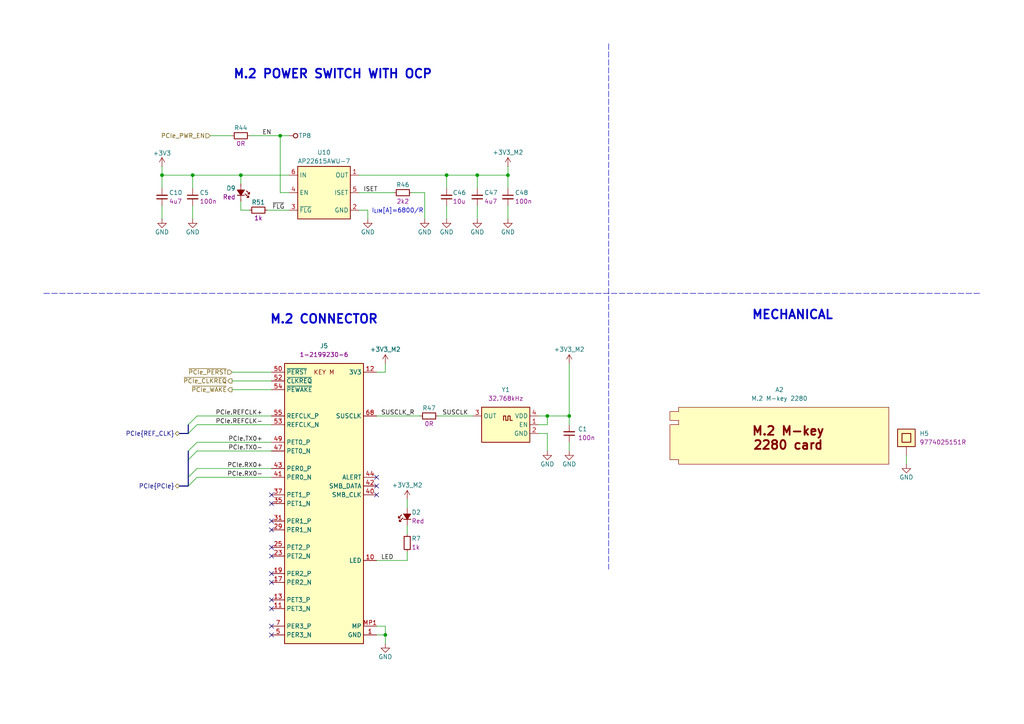
<source format=kicad_sch>
(kicad_sch (version 20250114) (generator "eeschema") (generator_version "9.0")
  (paper "A4")
  (title_block (title "ModuCard CM5 module") (date "2025-07-05") (rev "1.0.0") (company "KoNaR") (comment 1 "Project author: Dominik Pluta"))
  (lib_symbols
    (symbol "DW-ICs:AP22615AWU-7"
      (property "Reference" "U" (at 34.29 0 0))
      (property "MPN" "AP22615AWU-7" (at 34.29 -15.24 0))
      (symbol "AP22615AWU-7_0_1"
        (rectangle (start 2.54 2.54) (end 17.78 -12.7) (stroke (width 0.254)) (fill (type background)))
      )
      (symbol "AP22615AWU-7_1_0"
        (pin power_in line (at 0 0 0) (length 2.54) (name "IN") (number "6"))
        (pin input line (at 0 -5.08 0) (length 2.54) (name "EN") (number "4"))
        (pin open_collector line (at 0 -10.16 0) (length 2.54) (name "~{FLG}") (number "3"))
        (pin power_out line (at 20.32 0 180) (length 2.54) (name "OUT") (number "1"))
        (pin passive line (at 20.32 -5.08 180) (length 2.54) (name "ISET") (number "5"))
        (pin power_in line (at 20.32 -10.16 180) (length 2.54) (name "GND") (number "2"))
      )
    )
    (symbol "DW-capacitors:C-100n-0402" (pin_numbers (hide yes)) (pin_names (hide yes))
      (property "Reference" "C" (at 12.7 0 0))
      (property "Val" "100n" (at 12.7 -20.32 0))
      (symbol "C-100n-0402_0_1"
        (polyline (pts (xy 2.032 -1.524) (xy 2.032 1.524)) (stroke (width 0.3048)))
        (polyline (pts (xy 3.048 -1.524) (xy 3.048 1.524)) (stroke (width 0.3302)))
      )
      (symbol "C-100n-0402_1_1"
        (pin passive line (at 0 0 0) (length 2.032) (name "~") (number "1"))
        (pin passive line (at 5.08 0 180) (length 2.032) (name "~") (number "2"))
      )
    )
    (symbol "DW-capacitors:C-10u-0603" (pin_numbers (hide yes)) (pin_names (hide yes))
      (property "Reference" "C" (at 12.7 0 0))
      (property "Val" "10u" (at 12.7 -20.32 0))
      (symbol "C-10u-0603_0_1"
        (polyline (pts (xy 2.032 -1.524) (xy 2.032 1.524)) (stroke (width 0.3048)))
        (polyline (pts (xy 3.048 -1.524) (xy 3.048 1.524)) (stroke (width 0.3302)))
      )
      (symbol "C-10u-0603_1_1"
        (pin passive line (at 0 0 0) (length 2.032) (name "~") (number "1"))
        (pin passive line (at 5.08 0 180) (length 2.032) (name "~") (number "2"))
      )
    )
    (symbol "DW-capacitors:C-4u7-0402" (pin_numbers (hide yes)) (pin_names (hide yes))
      (property "Reference" "C" (at 12.7 0 0))
      (property "Val" "4u7" (at 12.7 -20.32 0))
      (symbol "C-4u7-0402_0_1"
        (polyline (pts (xy 2.032 -1.524) (xy 2.032 1.524)) (stroke (width 0.3048)))
        (polyline (pts (xy 3.048 -1.524) (xy 3.048 1.524)) (stroke (width 0.3302)))
      )
      (symbol "C-4u7-0402_1_1"
        (pin passive line (at 0 0 0) (length 2.032) (name "~") (number "1"))
        (pin passive line (at 5.08 0 180) (length 2.032) (name "~") (number "2"))
      )
    )
    (symbol "DW-connectors:Bus_M.2_1-2199230-6"
      (property "Reference" "J" (at 40.64 0 0))
      (property "MPN" "1-2199230-6" (at 40.64 -15.24 0))
      (symbol "Bus_M.2_1-2199230-6_0_0"
        (text "KEY M" (at 15.24 0 0) (effects (font (size 1.27 1.27))))
      )
      (symbol "Bus_M.2_1-2199230-6_1_1"
        (rectangle (start 3.81 2.54) (end 26.67 -78.74) (stroke (width 0.254)) (fill (type background)))
        (pin input line (at 0 0 0) (length 3.81) (name "~{PERST}") (number "50"))
        (pin output line (at 0 -2.54 0) (length 3.81) (name "~{CLKREQ}") (number "52"))
        (pin input line (at 0 -5.08 0) (length 3.81) (name "~{PEWAKE}") (number "54"))
        (pin input line (at 0 -12.7 0) (length 3.81) (name "REFCLK_P") (number "55"))
        (pin input line (at 0 -15.24 0) (length 3.81) (name "REFCLK_N") (number "53"))
        (pin input line (at 0 -20.32 0) (length 3.81) (name "PET0_P") (number "49"))
        (pin input line (at 0 -22.86 0) (length 3.81) (name "PET0_N") (number "47"))
        (pin output line (at 0 -27.94 0) (length 3.81) (name "PER0_P") (number "43"))
        (pin output line (at 0 -30.48 0) (length 3.81) (name "PER0_N") (number "41"))
        (pin input line (at 0 -35.56 0) (length 3.81) (name "PET1_P") (number "37"))
        (pin input line (at 0 -38.1 0) (length 3.81) (name "PET1_N") (number "35"))
        (pin output line (at 0 -43.18 0) (length 3.81) (name "PER1_P") (number "31"))
        (pin output line (at 0 -45.72 0) (length 3.81) (name "PER1_N") (number "29"))
        (pin input line (at 0 -50.8 0) (length 3.81) (name "PET2_P") (number "25"))
        (pin input line (at 0 -53.34 0) (length 3.81) (name "PET2_N") (number "23"))
        (pin output line (at 0 -58.42 0) (length 3.81) (name "PER2_P") (number "19"))
        (pin output line (at 0 -60.96 0) (length 3.81) (name "PER2_N") (number "17"))
        (pin input line (at 0 -66.04 0) (length 3.81) (name "PET3_P") (number "13"))
        (pin input line (at 0 -68.58 0) (length 3.81) (name "PET3_N") (number "11"))
        (pin output line (at 0 -73.66 0) (length 3.81) (name "PER3_P") (number "7"))
        (pin output line (at 0 -76.2 0) (length 3.81) (name "PER3_N") (number "5"))
        (pin passive line (at 30.48 0 180) (length 3.81) (name "3V3") (number "12"))
        (pin passive line (at 30.48 0 180) (length 3.81) (hide yes) (name "3V3") (number "14"))
        (pin passive line (at 30.48 0 180) (length 3.81) (hide yes) (name "3V3") (number "16"))
        (pin passive line (at 30.48 0 180) (length 3.81) (hide yes) (name "3V3") (number "18"))
        (pin passive line (at 30.48 0 180) (length 3.81) (hide yes) (name "3V3") (number "2"))
        (pin passive line (at 30.48 0 180) (length 3.81) (hide yes) (name "3V3") (number "4"))
        (pin passive line (at 30.48 0 180) (length 3.81) (hide yes) (name "3V3") (number "70"))
        (pin passive line (at 30.48 0 180) (length 3.81) (hide yes) (name "3V3") (number "72"))
        (pin passive line (at 30.48 0 180) (length 3.81) (hide yes) (name "3V3") (number "74"))
        (pin input line (at 30.48 -12.7 180) (length 3.81) (name "SUSCLK") (number "68"))
        (pin output line (at 30.48 -30.48 180) (length 3.81) (name "ALERT") (number "44"))
        (pin bidirectional line (at 30.48 -33.02 180) (length 3.81) (name "SMB_DATA") (number "42"))
        (pin input line (at 30.48 -35.56 180) (length 3.81) (name "SMB_CLK") (number "40"))
        (pin passive line (at 30.48 -54.61 180) (length 3.81) (name "LED") (number "10"))
        (pin no_connect line (at 30.48 -71.12 180) (length 3.81) (hide yes) (name "NC") (number "20"))
        (pin no_connect line (at 30.48 -71.12 180) (length 3.81) (hide yes) (name "NC") (number "22"))
        (pin no_connect line (at 30.48 -71.12 180) (length 3.81) (hide yes) (name "NC") (number "24"))
        (pin no_connect line (at 30.48 -71.12 180) (length 3.81) (hide yes) (name "NC") (number "26"))
        (pin no_connect line (at 30.48 -71.12 180) (length 3.81) (hide yes) (name "NC") (number "28"))
        (pin no_connect line (at 30.48 -71.12 180) (length 3.81) (hide yes) (name "NC") (number "30"))
        (pin no_connect line (at 30.48 -71.12 180) (length 3.81) (hide yes) (name "NC") (number "32"))
        (pin no_connect line (at 30.48 -71.12 180) (length 3.81) (hide yes) (name "NC") (number "34"))
        (pin no_connect line (at 30.48 -71.12 180) (length 3.81) (hide yes) (name "NC") (number "36"))
        (pin no_connect line (at 30.48 -71.12 180) (length 3.81) (hide yes) (name "NC") (number "38"))
        (pin no_connect line (at 30.48 -71.12 180) (length 3.81) (hide yes) (name "NC") (number "46"))
        (pin no_connect line (at 30.48 -71.12 180) (length 3.81) (hide yes) (name "NC") (number "48"))
        (pin no_connect line (at 30.48 -71.12 180) (length 3.81) (hide yes) (name "NC") (number "56"))
        (pin no_connect line (at 30.48 -71.12 180) (length 3.81) (hide yes) (name "NC") (number "58"))
        (pin no_connect line (at 30.48 -71.12 180) (length 3.81) (hide yes) (name "NC") (number "6"))
        (pin no_connect line (at 30.48 -71.12 180) (length 3.81) (hide yes) (name "NC") (number "67"))
        (pin no_connect line (at 30.48 -71.12 180) (length 3.81) (hide yes) (name "NC") (number "69"))
        (pin no_connect line (at 30.48 -71.12 180) (length 3.81) (hide yes) (name "NC") (number "8"))
        (pin passive line (at 30.48 -73.66 180) (length 3.81) (name "MP") (number "MP1"))
        (pin passive line (at 30.48 -73.66 180) (length 3.81) (hide yes) (name "MP") (number "MP2"))
        (pin power_in line (at 30.48 -76.2 180) (length 3.81) (name "GND") (number "1"))
        (pin passive line (at 30.48 -76.2 180) (length 3.81) (hide yes) (name "GND") (number "15"))
        (pin passive line (at 30.48 -76.2 180) (length 3.81) (hide yes) (name "GND") (number "21"))
        (pin passive line (at 30.48 -76.2 180) (length 3.81) (hide yes) (name "GND") (number "27"))
        (pin passive line (at 30.48 -76.2 180) (length 3.81) (hide yes) (name "GND") (number "3"))
        (pin passive line (at 30.48 -76.2 180) (length 3.81) (hide yes) (name "GND") (number "33"))
        (pin passive line (at 30.48 -76.2 180) (length 3.81) (hide yes) (name "GND") (number "39"))
        (pin passive line (at 30.48 -76.2 180) (length 3.81) (hide yes) (name "GND") (number "45"))
        (pin passive line (at 30.48 -76.2 180) (length 3.81) (hide yes) (name "GND") (number "51"))
        (pin passive line (at 30.48 -76.2 180) (length 3.81) (hide yes) (name "GND") (number "57"))
        (pin passive line (at 30.48 -76.2 180) (length 3.81) (hide yes) (name "GND") (number "71"))
        (pin passive line (at 30.48 -76.2 180) (length 3.81) (hide yes) (name "GND") (number "73"))
        (pin passive line (at 30.48 -76.2 180) (length 3.81) (hide yes) (name "GND") (number "75"))
        (pin passive line (at 30.48 -76.2 180) (length 3.81) (hide yes) (name "GND") (number "9"))
      )
    )
    (symbol "DW-crystals:Oscillator_32.768kHz_OK2EL89CJI-111YLC-32.768K" (on_board no)
      (property "Reference" "Y" (at 27.94 0 0))
      (property "Frequency" "32.768kHz" (at 27.94 -20.32 0))
      (symbol "Oscillator_32.768kHz_OK2EL89CJI-111YLC-32.768K_1_1"
        (rectangle (start 2.54 2.54) (end 16.51 -7.62) (stroke (width 0.254)) (fill (type background)))
        (polyline (pts (xy 7.62 -1.27) (xy 8.255 -1.27) (xy 8.255 0) (xy 8.89 0) (xy 8.89 -1.27) (xy 9.525 -1.27) (xy 9.525 0) (xy 10.16 0) (xy 10.16 -1.27)) (stroke (width 0.254)) (fill (type background)))
        (pin power_in line (at 0 0 0) (length 2.54) (name "VDD") (number "4"))
        (pin input line (at 0 -2.54 0) (length 2.54) (name "EN") (number "1"))
        (pin power_in line (at 0 -5.08 0) (length 2.54) (name "GND") (number "2"))
        (pin output line (at 19.05 0 180) (length 2.54) (name "OUT") (number "3"))
      )
    )
    (symbol "DW-diodes:LED-R-0603_KT-0603R" (pin_numbers (hide yes)) (pin_names (hide yes))
      (property "Reference" "D" (at 12.7 0 0))
      (property "Color" "Red" (at 12.7 -20.32 0))
      (symbol "LED-R-0603_KT-0603R_0_1"
        (polyline (pts (xy 1.905 0) (xy 0.635 0)))
        (polyline (pts (xy 4.445 0) (xy 3.175 0)))
      )
      (symbol "LED-R-0603_KT-0603R_1_1"
        (polyline (pts (xy 1.143 2.286) (xy 1.143 1.778) (xy 1.143 2.286) (xy 1.651 2.286) (xy 1.143 2.286) (xy 2.159 1.27)) (stroke (width 0.254)))
        (polyline (pts (xy 1.778 1.016) (xy 1.778 -1.016)) (stroke (width 0.254)))
        (polyline (pts (xy 2.159 2.54) (xy 2.159 2.032) (xy 2.159 2.54) (xy 2.667 2.54) (xy 2.159 2.54) (xy 3.048 1.651)) (stroke (width 0.254)))
        (polyline (pts (xy 3.302 1.016) (xy 3.302 -1.016) (xy 1.778 0) (xy 3.302 1.016)) (stroke (width 0.254)) (fill (type outline)))
        (pin passive line (at 0 0 0) (length 0.635) (name "C") (number "1"))
        (pin passive line (at 5.08 0 180) (length 0.635) (name "A") (number "2"))
      )
    )
    (symbol "DW-mechanical:Card_M.2-2280-M-key" (in_bom no)
      (property "Reference" "A" (at 64.77 0 0))
      (property "Value" "M.2 M-key 2280" (at 64.77 -2.54 0))
      (symbol "Card_M.2-2280-M-key_1_1"
        (polyline (pts (xy 2.54 1.27) (xy 2.54 0) (xy 0 0) (xy 0 -2.54) (xy 2.54 -2.54) (xy 2.54 -3.81) (xy 0 -3.81) (xy 0 -13.97) (xy 2.54 -13.97) (xy 2.54 -15.24) (xy 63.5 -15.24) (xy 63.5 1.27) (xy 2.54 1.27)) (fill (type background)))
        (text "M.2 M-key\n2280 card" (at 34.29 -7.62 0) (effects (font (size 2.54 2.54) (thickness 0.508) (bold yes))))
      )
    )
    (symbol "DW-mechanical:Spacer_M2.5_H2.5mm_9774025151R" (pin_numbers (hide yes)) (pin_names (hide yes))
      (property "Reference" "H" (at 10.16 0 0))
      (property "MPN" "9774025151R" (at 10.16 -15.24 0))
      (symbol "Spacer_M2.5_H2.5mm_9774025151R_1_1"
        (rectangle (start 2.54 -2.54) (end 7.62 2.54) (stroke (width 0.254)) (fill (type background)))
        (rectangle (start 3.81 -1.27) (end 6.35 1.27) (stroke (width 0.254)) (fill (type background)))
        (pin passive line (at 0 0 0) (length 2.54) (name "~") (number "1"))
      )
    )
    (symbol "DW-power-symbols:+3V3" (power) (pin_numbers (hide yes)) (pin_names (offset 0) (hide yes))
      (property "Value" "+3V3" (at 0 3.556 0))
      (symbol "+3V3_0_1"
        (polyline (pts (xy -0.762 1.27) (xy 0 2.54)))
        (polyline (pts (xy 0 2.54) (xy 0.762 1.27)))
        (polyline (pts (xy 0 0) (xy 0 2.54)))
      )
      (symbol "+3V3_1_1"
        (pin power_in line (at 0 0 90) (length 0) (name "~") (number "1"))
      )
    )
    (symbol "DW-power-symbols:GND" (power) (pin_numbers (hide yes)) (pin_names (offset 0) (hide yes))
      (property "Value" "GND" (at 0 -3.81 0))
      (symbol "GND_0_1"
        (polyline (pts (xy 0 0) (xy 0 -1.27) (xy 1.27 -1.27) (xy 0 -2.54) (xy -1.27 -1.27) (xy 0 -1.27)))
      )
      (symbol "GND_1_1"
        (pin power_in line (at 0 0 270) (length 0) (name "~") (number "1"))
      )
    )
    (symbol "DW-resistors:R-0R-0402" (pin_numbers (hide yes)) (pin_names (offset 0) (hide yes))
      (property "Reference" "R" (at 12.7 0 0))
      (property "Val" "0R" (at 12.7 -20.32 0))
      (symbol "R-0R-0402_0_1"
        (rectangle (start 0.635 0.889) (end 4.445 -0.889) (stroke (width 0.254)))
      )
      (symbol "R-0R-0402_1_1"
        (pin passive line (at 0 0 0) (length 0.635) (name "~") (number "1"))
        (pin passive line (at 5.08 0 180) (length 0.635) (name "~") (number "2"))
      )
    )
    (symbol "DW-resistors:R-1k-0402" (pin_numbers (hide yes)) (pin_names (offset 0) (hide yes))
      (property "Reference" "R" (at 12.7 0 0))
      (property "Val" "1k" (at 12.7 -20.32 0))
      (symbol "R-1k-0402_0_1"
        (rectangle (start 0.635 0.889) (end 4.445 -0.889) (stroke (width 0.254)))
      )
      (symbol "R-1k-0402_1_1"
        (pin passive line (at 0 0 0) (length 0.635) (name "~") (number "1"))
        (pin passive line (at 5.08 0 180) (length 0.635) (name "~") (number "2"))
      )
    )
    (symbol "DW-resistors:R-2k2-0402" (pin_numbers (hide yes)) (pin_names (offset 0) (hide yes))
      (property "Reference" "R" (at 12.7 0 0))
      (property "Val" "2k2" (at 12.7 -20.32 0))
      (symbol "R-2k2-0402_0_1"
        (rectangle (start 0.635 0.889) (end 4.445 -0.889) (stroke (width 0.254)))
      )
      (symbol "R-2k2-0402_1_1"
        (pin passive line (at 0 0 0) (length 0.635) (name "~") (number "1"))
        (pin passive line (at 5.08 0 180) (length 0.635) (name "~") (number "2"))
      )
    )
    (symbol "DW-test-points:TP_SMD_0.75mm" (pin_numbers (hide yes)) (pin_names (hide yes)) (in_bom no)
      (property "Reference" "TP" (at 3.81 0 0))
      (symbol "TP_SMD_0.75mm_1_1"
        (circle (center 1.905 0) (radius 0.635) (stroke (width 0.254)))
        (pin passive line (at 0 0 0) (length 1.27) (name "1") (number "1"))
      )
    )
  )
  (text "I_{LIM}[A]=6800/R" (at 115.316 61.214 0) (effects (font (size 1.27 1.27))))
  (text "MECHANICAL" (at 229.87 91.44 0) (effects (font (size 2.54 2.54) (thickness 0.508) (bold yes))))
  (text "M.2 POWER SWITCH WITH OCP" (at 96.52 21.59 0) (effects (font (size 2.54 2.54) (thickness 0.508) (bold yes))))
  (text "M.2 CONNECTOR" (at 93.98 92.71 0) (effects (font (size 2.54 2.54) (thickness 0.508) (bold yes))))
  (junction (at 138.43 50.8))
  (junction (at 129.54 50.8))
  (junction (at 69.85 50.8))
  (junction (at 111.76 184.15))
  (junction (at 46.99 50.8))
  (junction (at 55.88 50.8))
  (junction (at 81.28 39.37))
  (junction (at 165.1 120.65))
  (junction (at 158.75 120.65))
  (junction (at 147.32 50.8))
  (no_connect (at 109.22 138.43))
  (no_connect (at 78.74 184.15))
  (no_connect (at 78.74 143.51))
  (no_connect (at 78.74 146.05))
  (no_connect (at 78.74 181.61))
  (no_connect (at 78.74 153.67))
  (no_connect (at 78.74 161.29))
  (no_connect (at 109.22 143.51))
  (no_connect (at 78.74 173.99))
  (no_connect (at 78.74 168.91))
  (no_connect (at 78.74 176.53))
  (no_connect (at 78.74 166.37))
  (no_connect (at 109.22 140.97))
  (no_connect (at 78.74 151.13))
  (no_connect (at 78.74 158.75))
  (bus_entry (at 54.61 125.73) (size 2.54 -2.54))
  (bus_entry (at 54.61 140.97) (size 2.54 -2.54))
  (bus_entry (at 54.61 133.35) (size 2.54 -2.54))
  (bus_entry (at 54.61 123.19) (size 2.54 -2.54))
  (bus_entry (at 54.61 138.43) (size 2.54 -2.54))
  (bus_entry (at 54.61 130.81) (size 2.54 -2.54))
  (bus (pts (xy 54.61 130.81) (xy 54.61 133.35)))
  (wire (pts (xy 165.1 120.65) (xy 158.75 120.65)))
  (wire (pts (xy 111.76 107.95) (xy 111.76 105.41)))
  (bus (pts (xy 54.61 138.43) (xy 54.61 140.97)))
  (wire (pts (xy 138.43 50.8) (xy 138.43 54.61)))
  (wire (pts (xy 46.99 59.69) (xy 46.99 63.5)))
  (wire (pts (xy 55.88 50.8) (xy 69.85 50.8)))
  (wire (pts (xy 83.82 55.88) (xy 81.28 55.88)))
  (bus (pts (xy 52.07 125.73) (xy 54.61 125.73)))
  (wire (pts (xy 69.85 60.96) (xy 72.39 60.96)))
  (wire (pts (xy 158.75 120.65) (xy 156.21 120.65)))
  (wire (pts (xy 109.22 181.61) (xy 111.76 181.61)))
  (wire (pts (xy 138.43 50.8) (xy 147.32 50.8)))
  (wire (pts (xy 109.22 162.56) (xy 118.11 162.56)))
  (wire (pts (xy 147.32 59.69) (xy 147.32 63.5)))
  (wire (pts (xy 111.76 181.61) (xy 111.76 184.15)))
  (wire (pts (xy 57.15 123.19) (xy 78.74 123.19)))
  (polyline (pts (xy 176.53 12.7) (xy 176.53 165.1)) (stroke (width 0) (type dash)))
  (wire (pts (xy 77.47 60.96) (xy 83.82 60.96)))
  (wire (pts (xy 106.68 60.96) (xy 106.68 63.5)))
  (wire (pts (xy 72.39 39.37) (xy 81.28 39.37)))
  (bus (pts (xy 54.61 123.19) (xy 54.61 125.73)))
  (wire (pts (xy 81.28 39.37) (xy 83.82 39.37)))
  (wire (pts (xy 106.68 60.96) (xy 104.14 60.96)))
  (wire (pts (xy 147.32 50.8) (xy 147.32 54.61)))
  (wire (pts (xy 123.19 55.88) (xy 123.19 63.5)))
  (wire (pts (xy 165.1 130.81) (xy 165.1 128.27)))
  (polyline (pts (xy 12.7 85.09) (xy 284.48 85.09)) (stroke (width 0) (type dash)))
  (wire (pts (xy 55.88 59.69) (xy 55.88 63.5)))
  (wire (pts (xy 129.54 59.69) (xy 129.54 63.5)))
  (wire (pts (xy 69.85 60.96) (xy 69.85 58.42)))
  (wire (pts (xy 111.76 184.15) (xy 111.76 186.69)))
  (wire (pts (xy 127 120.65) (xy 137.16 120.65)))
  (wire (pts (xy 158.75 125.73) (xy 156.21 125.73)))
  (wire (pts (xy 129.54 50.8) (xy 138.43 50.8)))
  (wire (pts (xy 118.11 152.4) (xy 118.11 154.94)))
  (wire (pts (xy 57.15 135.89) (xy 78.74 135.89)))
  (wire (pts (xy 129.54 50.8) (xy 129.54 54.61)))
  (wire (pts (xy 81.28 55.88) (xy 81.28 39.37)))
  (wire (pts (xy 60.96 39.37) (xy 67.31 39.37)))
  (wire (pts (xy 165.1 105.41) (xy 165.1 120.65)))
  (wire (pts (xy 46.99 50.8) (xy 46.99 54.61)))
  (wire (pts (xy 104.14 55.88) (xy 114.3 55.88)))
  (wire (pts (xy 57.15 138.43) (xy 78.74 138.43)))
  (wire (pts (xy 57.15 130.81) (xy 78.74 130.81)))
  (wire (pts (xy 119.38 55.88) (xy 123.19 55.88)))
  (wire (pts (xy 109.22 120.65) (xy 121.92 120.65)))
  (wire (pts (xy 158.75 123.19) (xy 158.75 120.65)))
  (wire (pts (xy 55.88 50.8) (xy 55.88 54.61)))
  (wire (pts (xy 111.76 184.15) (xy 109.22 184.15)))
  (wire (pts (xy 46.99 50.8) (xy 55.88 50.8)))
  (wire (pts (xy 118.11 144.78) (xy 118.11 147.32)))
  (bus (pts (xy 52.07 140.97) (xy 54.61 140.97)))
  (wire (pts (xy 69.85 50.8) (xy 69.85 53.34)))
  (wire (pts (xy 138.43 59.69) (xy 138.43 63.5)))
  (wire (pts (xy 262.89 132.08) (xy 262.89 134.62)))
  (wire (pts (xy 57.15 128.27) (xy 78.74 128.27)))
  (wire (pts (xy 46.99 48.26) (xy 46.99 50.8)))
  (wire (pts (xy 104.14 50.8) (xy 129.54 50.8)))
  (wire (pts (xy 147.32 48.26) (xy 147.32 50.8)))
  (wire (pts (xy 118.11 160.02) (xy 118.11 162.56)))
  (bus (pts (xy 54.61 133.35) (xy 54.61 138.43)))
  (wire (pts (xy 158.75 130.81) (xy 158.75 125.73)))
  (wire (pts (xy 67.31 110.49) (xy 78.74 110.49)))
  (wire (pts (xy 67.31 113.03) (xy 78.74 113.03)))
  (wire (pts (xy 109.22 107.95) (xy 111.76 107.95)))
  (wire (pts (xy 165.1 123.19) (xy 165.1 120.65)))
  (wire (pts (xy 57.15 120.65) (xy 78.74 120.65)))
  (wire (pts (xy 67.31 107.95) (xy 78.74 107.95)))
  (wire (pts (xy 156.21 123.19) (xy 158.75 123.19)))
  (wire (pts (xy 69.85 50.8) (xy 83.82 50.8)))
  (label "LED" (at 110.49 162.56 0))
  (label "PCIe.REFCLK+" (at 76.2 120.65 180))
  (label "PCIe.TX0+" (at 76.2 128.27 180))
  (label "PCIe.TX0-" (at 76.2 130.81 180))
  (label "ISET" (at 105.41 55.88 0))
  (label "SUSCLK" (at 128.27 120.65 0))
  (label "PCIe.REFCLK-" (at 76.2 123.19 180))
  (label "EN" (at 78.74 39.37 180))
  (label "PCIe.RX0-" (at 76.2 138.43 180))
  (label "~{FLG}" (at 82.55 60.96 180))
  (label "SUSCLK_R" (at 110.49 120.65 0))
  (label "PCIe.RX0+" (at 76.2 135.89 180))
  (hierarchical_label "PCIe_PWR_EN" (shape input) (at 60.96 39.37 180))
  (hierarchical_label "PCIe{REF_CLK}" (shape bidirectional) (at 52.07 125.73 180))
  (hierarchical_label "~{PCIe_CLKREQ}" (shape output) (at 67.31 110.49 180))
  (hierarchical_label "PCIe{PCIe}" (shape bidirectional) (at 52.07 140.97 180))
  (hierarchical_label "~{PCIe_WAKE}" (shape output) (at 67.31 113.03 180))
  (hierarchical_label "~{PCIe_PERST}" (shape input) (at 67.31 107.95 180))
  (symbol (lib_id "DW-capacitors:C-10u-0603") (at 129.54 59.69 90) (unit 1)
    (property "Reference" "C46" (at 131.318 55.88 90) (effects (justify right)))
    (property "Value" "C-10u-0603" (effects (hide yes)))
    (property "Footprint" "DW-footprints:C_0603_1608Metric" (effects (hide yes)))
    (property "Datasheet" "https://www.lcsc.com/datasheet/C96446.pdf" (effects (hide yes)))
    (property "Description" "25V 10uF X5R ±20% 0603 Multilayer Ceramic Capacitors MLCC - SMD/SMT ROHS" (effects (hide yes)))
    (property "Manufacturer" "Samsung Electro-Mechanics" (effects (hide yes)))
    (property "MPN" "CL10A106MA8NRNC" (effects (hide yes)))
    (property "LCSC" "C96446" (effects (hide yes)))
    (property "Val" "10u" (at 131.318 58.42 90) (effects (justify right)))
    (property "Tolerance" "20%" (effects (hide yes)))
    (property "Voltage" "25V" (effects (hide yes)))
    (property "Dielectric" "X5R" (effects (hide yes)))
  )
  (symbol (lib_id "DW-power-symbols:GND") (at 129.54 63.5 0) (unit 1)
    (property "Reference" "#PWR0113" (effects (hide yes)))
    (property "Value" "GND" (at 129.54 67.31 0))
    (property "Description" "Power symbol creates a global label with name \"GND\" , ground" (effects (hide yes)))
  )
  (symbol (lib_id "DW-power-symbols:+3V3") (at 46.99 48.26 0) (unit 1)
    (property "Reference" "#PWR0108" (effects (hide yes)))
    (property "Value" "+3V3" (at 46.99 44.45 0))
    (property "Description" "Power symbol creates a global label with name \"+3V3\"" (effects (hide yes)))
  )
  (symbol (lib_id "DW-power-symbols:+3V3") (at 111.76 105.41 0) (unit 1)
    (property "Reference" "#PWR022" (effects (hide yes)))
    (property "Value" "+3V3_M2" (at 111.76 101.346 0))
    (property "Description" "Power symbol creates a global label with name \"+3V3\"" (effects (hide yes)))
  )
  (symbol (lib_id "DW-resistors:R-2k2-0402") (at 114.3 55.88 0) (unit 1)
    (property "Reference" "R46" (at 116.84 53.594 0))
    (property "Value" "R-2k2-0402" (effects (hide yes)))
    (property "Footprint" "DW-footprints:R_0402_1005Metric" (effects (hide yes)))
    (property "Datasheet" "https://lcsc.com/datasheet/lcsc_datasheet_2411221126_UNI-ROYAL-0402WGF2201TCE_C25879.pdf" (effects (hide yes)))
    (property "Description" "62.5mW Thick Film Resistor 50V ±100ppm/℃ ±1% 2.2kΩ 0402 Chip Resistor - Surface Mount ROHS" (effects (hide yes)))
    (property "Manufacturer" "UNI-ROYAL(Uniroyal Elec)" (effects (hide yes)))
    (property "MPN" "0402WGF2201TCE" (effects (hide yes)))
    (property "LCSC" "C25879" (effects (hide yes)))
    (property "Val" "2k2" (at 116.84 58.42 0))
    (property "Tolerance" "1%" (effects (hide yes)))
  )
  (symbol (lib_id "DW-power-symbols:GND") (at 106.68 63.5 0) (unit 1)
    (property "Reference" "#PWR0111" (effects (hide yes)))
    (property "Value" "GND" (at 106.68 67.31 0))
    (property "Description" "Power symbol creates a global label with name \"GND\" , ground" (effects (hide yes)))
  )
  (symbol (lib_id "DW-power-symbols:GND") (at 123.19 63.5 0) (unit 1)
    (property "Reference" "#PWR0112" (effects (hide yes)))
    (property "Value" "GND" (at 123.19 67.31 0))
    (property "Description" "Power symbol creates a global label with name \"GND\" , ground" (effects (hide yes)))
  )
  (symbol (lib_id "DW-power-symbols:GND") (at 158.75 130.81 0) (unit 1)
    (property "Reference" "#PWR024" (effects (hide yes)))
    (property "Value" "GND" (at 158.75 134.62 0))
    (property "Description" "Power symbol creates a global label with name \"GND\" , ground" (effects (hide yes)))
  )
  (symbol (lib_id "DW-power-symbols:GND") (at 138.43 63.5 0) (unit 1)
    (property "Reference" "#PWR0114" (effects (hide yes)))
    (property "Value" "GND" (at 138.43 67.31 0))
    (property "Description" "Power symbol creates a global label with name \"GND\" , ground" (effects (hide yes)))
  )
  (symbol (lib_id "DW-power-symbols:+3V3") (at 147.32 48.26 0) (unit 1)
    (property "Reference" "#PWR0116" (effects (hide yes)))
    (property "Value" "+3V3_M2" (at 147.32 44.196 0))
    (property "Description" "Power symbol creates a global label with name \"+3V3\"" (effects (hide yes)))
  )
  (symbol (lib_id "DW-mechanical:Card_M.2-2280-M-key") (at 194.31 119.38 0) (unit 1) (in_bom no)
    (property "Reference" "A2" (at 226.06 113.03 0))
    (property "Value" "M.2 M-key 2280" (at 226.06 115.57 0))
    (property "Footprint" "DW-footprints:Card_M.2-2280-M-key" (effects (hide yes)))
    (property "Description" "M.2, Key M, 2280, generic NVMe, SSD" (effects (hide yes)))
  )
  (symbol (lib_id "DW-test-points:TP_SMD_0.75mm") (at 83.82 39.37 0) (unit 1) (in_bom no)
    (property "Reference" "TP8" (at 86.614 39.37 0) (effects (justify left)))
    (property "Value" "TP_SMD_0.75mm" (effects (hide yes)))
    (property "Footprint" "DW-footprints:TP_SMD_0.75mm" (effects (hide yes)))
    (property "Description" "Test point, SMD, round, 0.75mm diameter" (effects (hide yes)))
  )
  (symbol (lib_id "DW-ICs:AP22615AWU-7") (at 83.82 50.8 0) (unit 1)
    (property "Reference" "U10" (at 93.98 44.196 0))
    (property "Value" "AP22615AWU-7" (at 93.98 46.736 0))
    (property "Footprint" "DW-footprints:TSOT-23-6" (effects (hide yes)))
    (property "Datasheet" "https://www.diodes.com/datasheet/download/AP22815_615.pdf" (effects (hide yes)))
    (property "Description" "3V~5.5V 40mΩ 3A 1 High Side Switch TSOT-23-6 Power Distribution Switches ROHS" (effects (hide yes)))
    (property "Manufacturer" "Diodes Incorporated" (effects (hide yes)))
    (property "MPN" "AP22615AWU-7" (effects (hide yes)))
    (property "LCSC" "C2680357" (effects (hide yes)))
  )
  (symbol (lib_id "DW-resistors:R-1k-0402") (at 118.11 160.02 90) (unit 1)
    (property "Reference" "R7" (at 119.38 156.21 90) (effects (justify right)))
    (property "Value" "R-1k-0402" (effects (hide yes)))
    (property "Footprint" "DW-footprints:R_0402_1005Metric" (effects (hide yes)))
    (property "Datasheet" "https://lcsc.com/datasheet/lcsc_datasheet_2411221126_UNI-ROYAL-Uniroyal-Elec-0402WGF1001TCE_C11702.pdf" (effects (hide yes)))
    (property "Description" "62.5mW Thick Film Resistor 50V ±100ppm/℃ ±1% 1kΩ 0402 Chip Resistor - Surface Mount ROHS" (effects (hide yes)))
    (property "Manufacturer" "UNI-ROYAL(Uniroyal Elec)" (effects (hide yes)))
    (property "MPN" "0402WGF1001TCE" (effects (hide yes)))
    (property "LCSC" "C11702" (effects (hide yes)))
    (property "Val" "1k" (at 119.38 158.75 90) (effects (justify right)))
    (property "Tolerance" "1%" (effects (hide yes)))
  )
  (symbol (lib_id "DW-resistors:R-0R-0402") (at 67.31 39.37 0) (unit 1)
    (property "Reference" "R44" (at 69.85 37.084 0))
    (property "Value" "R-0R-0402" (effects (hide yes)))
    (property "Footprint" "DW-footprints:R_0402_1005Metric" (effects (hide yes)))
    (property "Datasheet" "https://lcsc.com/datasheet/lcsc_datasheet_2411221126_UNI-ROYAL-0402WGF0000TCE_C17168.pdf" (effects (hide yes)))
    (property "Description" "62.5mW Thick Film Resistor 50V ±800ppm/℃ ±1% 0Ω 0402 Chip Resistor - Surface Mount ROHS" (effects (hide yes)))
    (property "Manufacturer" "UNI-ROYAL(Uniroyal Elec)" (effects (hide yes)))
    (property "MPN" "0402WGF0000TCE" (effects (hide yes)))
    (property "LCSC" "C17168" (effects (hide yes)))
    (property "Val" "0R" (at 69.85 41.656 0))
    (property "Tolerance" "1%" (effects (hide yes)))
  )
  (symbol (lib_id "DW-capacitors:C-100n-0402") (at 147.32 54.61 270) (unit 1)
    (property "Reference" "C48" (at 149.352 55.88 90) (effects (justify left)))
    (property "Value" "C-100n-0402" (effects (hide yes)))
    (property "Footprint" "DW-footprints:C_0402_1005Metric" (effects (hide yes)))
    (property "Datasheet" "https://lcsc.com/datasheet/lcsc_datasheet_2304140030_Samsung-Electro-Mechanics-CL05B104KB54PNC_C307331.pdf" (effects (hide yes)))
    (property "Description" "50V 100nF X7R ±10% 0402 Multilayer Ceramic Capacitors MLCC - SMD/SMT ROHS" (effects (hide yes)))
    (property "Manufacturer" "Samsung Electro-Mechanics" (effects (hide yes)))
    (property "MPN" "CL05B104KB54PNC" (effects (hide yes)))
    (property "LCSC" "C307331" (effects (hide yes)))
    (property "Val" "100n" (at 149.352 58.42 90) (effects (justify left)))
    (property "Tolerance" "10%" (effects (hide yes)))
    (property "Voltage" "50V" (effects (hide yes)))
    (property "Dielectric" "X7R" (effects (hide yes)))
  )
  (symbol (lib_id "DW-capacitors:C-100n-0402") (at 165.1 128.27 90) (unit 1)
    (property "Reference" "C1" (at 167.64 124.4536 90) (effects (justify right)))
    (property "Value" "C-100n-0402" (effects (hide yes)))
    (property "Footprint" "DW-footprints:C_0402_1005Metric" (effects (hide yes)))
    (property "Datasheet" "https://lcsc.com/datasheet/lcsc_datasheet_2304140030_Samsung-Electro-Mechanics-CL05B104KB54PNC_C307331.pdf" (effects (hide yes)))
    (property "Description" "50V 100nF X7R ±10% 0402 Multilayer Ceramic Capacitors MLCC - SMD/SMT ROHS" (effects (hide yes)))
    (property "Manufacturer" "Samsung Electro-Mechanics" (effects (hide yes)))
    (property "MPN" "CL05B104KB54PNC" (effects (hide yes)))
    (property "LCSC" "C307331" (effects (hide yes)))
    (property "Val" "100n" (at 167.64 126.9936 90) (effects (justify right)))
    (property "Tolerance" "10%" (effects (hide yes)))
    (property "Voltage" "50V" (effects (hide yes)))
    (property "Dielectric" "X7R" (effects (hide yes)))
  )
  (symbol (lib_id "DW-power-symbols:GND") (at 46.99 63.5 0) (unit 1)
    (property "Reference" "#PWR0109" (effects (hide yes)))
    (property "Value" "GND" (at 46.99 67.31 0))
    (property "Description" "Power symbol creates a global label with name \"GND\" , ground" (effects (hide yes)))
  )
  (symbol (lib_id "DW-capacitors:C-4u7-0402") (at 46.99 59.69 90) (unit 1)
    (property "Reference" "C10" (at 49.022 55.88 90) (effects (justify right)))
    (property "Value" "C-4u7-0402" (effects (hide yes)))
    (property "Footprint" "DW-footprints:C_0402_1005Metric" (effects (hide yes)))
    (property "Datasheet" "https://lcsc.com/datasheet/lcsc_datasheet_2304140030_Samsung-Electro-Mechanics-CL05A475MP5NRNC_C23733.pdf" (effects (hide yes)))
    (property "Description" "10V 4.7uF X5R ±20% 0402 Multilayer Ceramic Capacitors MLCC - SMD/SMT ROHS" (effects (hide yes)))
    (property "Manufacturer" "Samsung Electro-Mechanics" (effects (hide yes)))
    (property "MPN" "CL05A475MP5NRNC" (effects (hide yes)))
    (property "LCSC" "C23733" (effects (hide yes)))
    (property "Val" "4u7" (at 49.022 58.42 90) (effects (justify right)))
    (property "Tolerance" "20%" (effects (hide yes)))
    (property "Voltage" "10V" (effects (hide yes)))
    (property "Dielectric" "X5R" (effects (hide yes)))
  )
  (symbol (lib_id "DW-connectors:Bus_M.2_1-2199230-6") (at 78.74 107.95 0) (unit 1)
    (property "Reference" "J5" (at 93.98 100.33 0))
    (property "Value" "Bus_M.2_1-2199230-6" (effects (hide yes)))
    (property "Footprint" "DW-footprints:Bus_M.2_Socket_Key_M_TE_1-2199230-6" (effects (hide yes)))
    (property "Datasheet" "https://lcsc.com/datasheet/lcsc_datasheet_2412061754_TE-Connectivity-1-2199230-6_C4710843.pdf" (effects (hide yes)))
    (property "Description" "Key M Card Edge Connector, 67 Contacts, Surface Mount, Right Angle" (effects (hide yes)))
    (property "Manufacturer" "TE Connectivity" (effects (hide yes)))
    (property "MPN" "1-2199230-6" (at 93.98 102.87 0))
    (property "LCSC" "C4710843" (effects (hide yes)))
  )
  (symbol (lib_id "DW-power-symbols:GND") (at 165.1 130.81 0) (unit 1)
    (property "Reference" "#PWR025" (effects (hide yes)))
    (property "Value" "GND" (at 165.1 134.62 0))
    (property "Description" "Power symbol creates a global label with name \"GND\" , ground" (effects (hide yes)))
  )
  (symbol (lib_id "DW-power-symbols:GND") (at 111.76 186.69 0) (unit 1)
    (property "Reference" "#PWR027" (effects (hide yes)))
    (property "Value" "GND" (at 111.76 190.5 0))
    (property "Description" "Power symbol creates a global label with name \"GND\" , ground" (effects (hide yes)))
  )
  (symbol (lib_id "DW-power-symbols:+3V3") (at 118.11 144.78 0) (unit 1)
    (property "Reference" "#PWR026" (effects (hide yes)))
    (property "Value" "+3V3_M2" (at 118.11 140.716 0))
    (property "Description" "Power symbol creates a global label with name \"+3V3\"" (effects (hide yes)))
  )
  (symbol (lib_id "DW-power-symbols:+3V3") (at 165.1 105.41 0) (unit 1)
    (property "Reference" "#PWR023" (effects (hide yes)))
    (property "Value" "+3V3_M2" (at 165.1 101.346 0))
    (property "Description" "Power symbol creates a global label with name \"+3V3\"" (effects (hide yes)))
  )
  (symbol (lib_id "DW-resistors:R-1k-0402") (at 77.47 60.96 180) (unit 1)
    (property "Reference" "R51" (at 74.93 58.674 0))
    (property "Value" "R-1k-0402" (effects (hide yes)))
    (property "Footprint" "DW-footprints:R_0402_1005Metric" (effects (hide yes)))
    (property "Datasheet" "https://lcsc.com/datasheet/lcsc_datasheet_2411221126_UNI-ROYAL-Uniroyal-Elec-0402WGF1001TCE_C11702.pdf" (effects (hide yes)))
    (property "Description" "62.5mW Thick Film Resistor 50V ±100ppm/℃ ±1% 1kΩ 0402 Chip Resistor - Surface Mount ROHS" (effects (hide yes)))
    (property "Manufacturer" "UNI-ROYAL(Uniroyal Elec)" (effects (hide yes)))
    (property "MPN" "0402WGF1001TCE" (effects (hide yes)))
    (property "LCSC" "C11702" (effects (hide yes)))
    (property "Val" "1k" (at 74.93 63.246 0))
    (property "Tolerance" "1%" (effects (hide yes)))
  )
  (symbol (lib_id "DW-power-symbols:GND") (at 262.89 134.62 0) (unit 1)
    (property "Reference" "#PWR028" (effects (hide yes)))
    (property "Value" "GND" (at 262.89 138.43 0))
    (property "Description" "Power symbol creates a global label with name \"GND\" , ground" (effects (hide yes)))
  )
  (symbol (lib_id "DW-capacitors:C-100n-0402") (at 55.88 54.61 270) (unit 1)
    (property "Reference" "C5" (at 57.912 55.88 90) (effects (justify left)))
    (property "Value" "C-100n-0402" (effects (hide yes)))
    (property "Footprint" "DW-footprints:C_0402_1005Metric" (effects (hide yes)))
    (property "Datasheet" "https://lcsc.com/datasheet/lcsc_datasheet_2304140030_Samsung-Electro-Mechanics-CL05B104KB54PNC_C307331.pdf" (effects (hide yes)))
    (property "Description" "50V 100nF X7R ±10% 0402 Multilayer Ceramic Capacitors MLCC - SMD/SMT ROHS" (effects (hide yes)))
    (property "Manufacturer" "Samsung Electro-Mechanics" (effects (hide yes)))
    (property "MPN" "CL05B104KB54PNC" (effects (hide yes)))
    (property "LCSC" "C307331" (effects (hide yes)))
    (property "Val" "100n" (at 57.912 58.42 90) (effects (justify left)))
    (property "Tolerance" "10%" (effects (hide yes)))
    (property "Voltage" "50V" (effects (hide yes)))
    (property "Dielectric" "X7R" (effects (hide yes)))
  )
  (symbol (lib_id "DW-resistors:R-0R-0402") (at 121.92 120.65 0) (unit 1)
    (property "Reference" "R47" (at 124.46 118.364 0))
    (property "Value" "R-0R-0402" (effects (hide yes)))
    (property "Footprint" "DW-footprints:R_0402_1005Metric" (effects (hide yes)))
    (property "Datasheet" "https://lcsc.com/datasheet/lcsc_datasheet_2411221126_UNI-ROYAL-0402WGF0000TCE_C17168.pdf" (effects (hide yes)))
    (property "Description" "62.5mW Thick Film Resistor 50V ±800ppm/℃ ±1% 0Ω 0402 Chip Resistor - Surface Mount ROHS" (effects (hide yes)))
    (property "Manufacturer" "UNI-ROYAL(Uniroyal Elec)" (effects (hide yes)))
    (property "MPN" "0402WGF0000TCE" (effects (hide yes)))
    (property "LCSC" "C17168" (effects (hide yes)))
    (property "Val" "0R" (at 124.46 122.936 0))
    (property "Tolerance" "1%" (effects (hide yes)))
  )
  (symbol (lib_id "DW-diodes:LED-R-0603_KT-0603R") (at 118.11 152.4 90) (unit 1)
    (property "Reference" "D2" (at 119.38 148.59 90) (effects (justify right)))
    (property "Value" "LED-R-0603_KT-0603R" (effects (hide yes)))
    (property "Footprint" "DW-footprints:LED_0603_1608Metric_R" (effects (hide yes)))
    (property "Datasheet" "https://lcsc.com/datasheet/lcsc_datasheet_2507101606_Hubei-KENTO-Elec-KT-0603R_C2286.pdf" (effects (hide yes)))
    (property "Description" "-40℃~+85℃ Red 0603 LED Indication - Discrete ROHS" (effects (hide yes)))
    (property "Manufacturer" "Hubei KENTO Elec" (effects (hide yes)))
    (property "MPN" "KT-0603R" (effects (hide yes)))
    (property "LCSC" "C2286" (effects (hide yes)))
    (property "Color" "Red" (at 119.38 151.13 90) (effects (justify right)))
    (property "Forward voltage" "1.8V-2.4V " (effects (hide yes)))
  )
  (symbol (lib_id "DW-power-symbols:GND") (at 147.32 63.5 0) (unit 1)
    (property "Reference" "#PWR0115" (effects (hide yes)))
    (property "Value" "GND" (at 147.32 67.31 0))
    (property "Description" "Power symbol creates a global label with name \"GND\" , ground" (effects (hide yes)))
  )
  (symbol (lib_id "DW-capacitors:C-4u7-0402") (at 138.43 59.69 90) (unit 1)
    (property "Reference" "C47" (at 140.462 55.88 90) (effects (justify right)))
    (property "Value" "C-4u7-0402" (effects (hide yes)))
    (property "Footprint" "DW-footprints:C_0402_1005Metric" (effects (hide yes)))
    (property "Datasheet" "https://lcsc.com/datasheet/lcsc_datasheet_2304140030_Samsung-Electro-Mechanics-CL05A475MP5NRNC_C23733.pdf" (effects (hide yes)))
    (property "Description" "10V 4.7uF X5R ±20% 0402 Multilayer Ceramic Capacitors MLCC - SMD/SMT ROHS" (effects (hide yes)))
    (property "Manufacturer" "Samsung Electro-Mechanics" (effects (hide yes)))
    (property "MPN" "CL05A475MP5NRNC" (effects (hide yes)))
    (property "LCSC" "C23733" (effects (hide yes)))
    (property "Val" "4u7" (at 140.462 58.42 90) (effects (justify right)))
    (property "Tolerance" "20%" (effects (hide yes)))
    (property "Voltage" "10V" (effects (hide yes)))
    (property "Dielectric" "X5R" (effects (hide yes)))
  )
  (symbol (lib_id "DW-mechanical:Spacer_M2.5_H2.5mm_9774025151R") (at 262.89 132.08 90) (unit 1)
    (property "Reference" "H5" (at 266.7 125.73 90) (effects (justify right)))
    (property "Value" "Spacer_M2.5_H2.5mm_9774025151R" (effects (hide yes)))
    (property "Footprint" "DW-footprints:Spacer_M2.5_H2.5mm_9774025151R" (effects (hide yes)))
    (property "Datasheet" "https://www.we-online.com/components/products/datasheet/9774025151R.pdf" (effects (hide yes)))
    (property "Description" "Spacer M2.5, H=2.5mm, fi=5.1mm, Steel" (effects (hide yes)))
    (property "Manufacturer" "Würth Elektronik" (effects (hide yes)))
    (property "MPN" "9774025151R" (at 266.7 128.27 90) (effects (justify right)))
  )
  (symbol (lib_id "DW-diodes:LED-R-0603_KT-0603R") (at 69.85 58.42 270) (mirror x) (unit 1)
    (property "Reference" "D9" (at 68.326 54.61 90) (effects (justify right)))
    (property "Value" "LED-R-0603_KT-0603R" (effects (hide yes)))
    (property "Footprint" "DW-footprints:LED_0603_1608Metric_R" (effects (hide yes)))
    (property "Datasheet" "https://lcsc.com/datasheet/lcsc_datasheet_2507101606_Hubei-KENTO-Elec-KT-0603R_C2286.pdf" (effects (hide yes)))
    (property "Description" "-40℃~+85℃ Red 0603 LED Indication - Discrete ROHS" (effects (hide yes)))
    (property "Manufacturer" "Hubei KENTO Elec" (effects (hide yes)))
    (property "MPN" "KT-0603R" (effects (hide yes)))
    (property "LCSC" "C2286" (effects (hide yes)))
    (property "Color" "Red" (at 68.326 57.15 90) (effects (justify right)))
    (property "Forward voltage" "1.8V-2.4V " (effects (hide yes)))
  )
  (symbol (lib_id "DW-power-symbols:GND") (at 55.88 63.5 0) (unit 1)
    (property "Reference" "#PWR0110" (effects (hide yes)))
    (property "Value" "GND" (at 55.88 67.31 0))
    (property "Description" "Power symbol creates a global label with name \"GND\" , ground" (effects (hide yes)))
  )
  (symbol (lib_id "DW-crystals:Oscillator_32.768kHz_OK2EL89CJI-111YLC-32.768K") (at 156.21 120.65 0) (mirror y) (unit 1)
    (property "Reference" "Y1" (at 146.685 113.03 0))
    (property "Value" "Oscillator_32.768kHz_OK2EL89CJI-111YLC-32.768K" (effects (hide yes)))
    (property "Footprint" "DW-footprints:Crystal_SMD_3225-4Pin_3.2x2.5mm" (effects (hide yes)))
    (property "Datasheet" "https://lcsc.com/datasheet/lcsc_datasheet_2505221452_YXC-Crystal-Oscillators-OK2EL89CJI-111YLC-32-768K_C5280579.pdf" (effects (hide yes)))
    (property "Description" "1.8V~3.3V ±10ppm ±20ppm CMOS 32.768kHz SMD3225-4P Crystal Oscillators ROHS" (effects (hide yes)))
    (property "Manufacturer" "Yangxing Technology" (effects (hide yes)))
    (property "MPN" "OK2EL89CJI-111YLC-32.768K" (effects (hide yes)))
    (property "LCSC" "C5280579" (effects (hide yes)))
    (property "Frequency" "32.768kHz" (at 146.685 115.57 0))
    (property "Frequency Stability" "±20ppm" (effects (hide yes)))
    (property "Frequency Tolerance" "±10ppm" (effects (hide yes)))
  )
)
</source>
